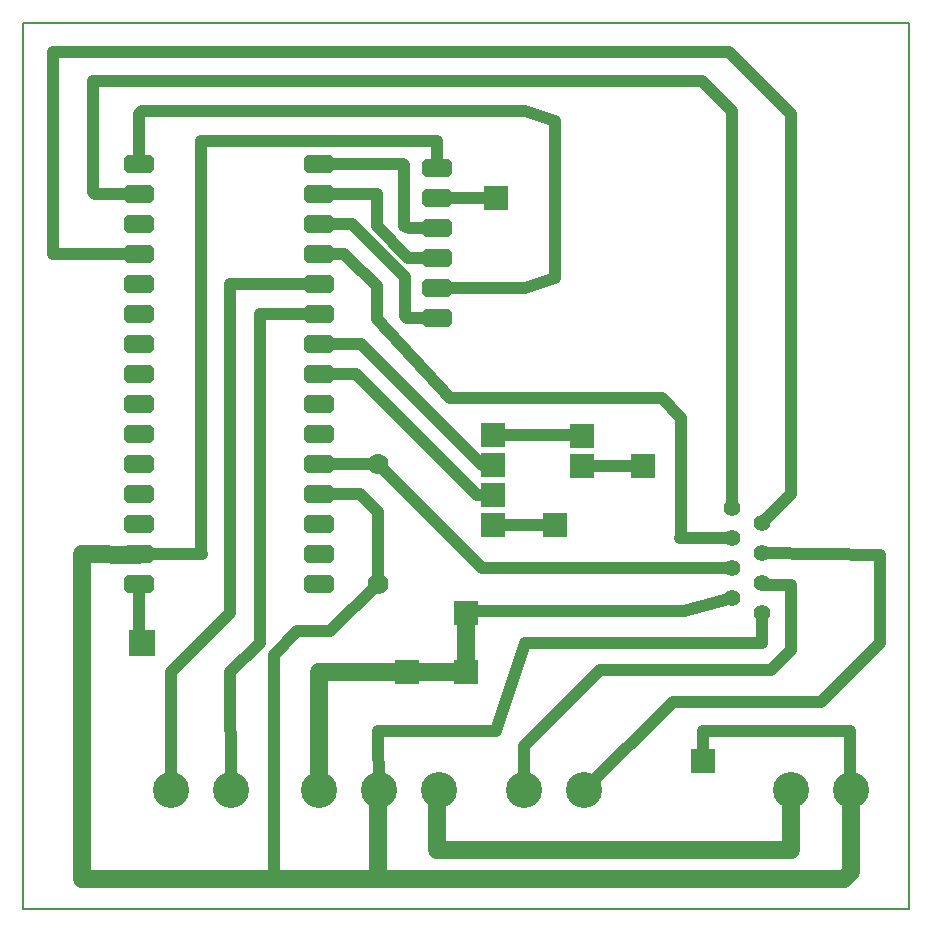
<source format=gbr>
G04 PROTEUS GERBER X2 FILE*
%TF.GenerationSoftware,Labcenter,Proteus,8.10-SP3-Build29560*%
%TF.CreationDate,2022-04-01T22:25:54+00:00*%
%TF.FileFunction,Copper,L1,Bot*%
%TF.FilePolarity,Positive*%
%TF.Part,Single*%
%TF.SameCoordinates,{d6a88fbf-1cde-4ff9-8d92-a6d7fee4950a}*%
%FSLAX45Y45*%
%MOMM*%
G01*
%TA.AperFunction,Conductor*%
%ADD10C,1.016000*%
%ADD11C,1.524000*%
%TA.AperFunction,NonConductor*%
%ADD12C,1.016000*%
%AMDIL003*
4,1,8,
-1.270000,0.457200,-0.965200,0.762000,0.965200,0.762000,1.270000,0.457200,1.270000,-0.457200,
0.965200,-0.762000,-0.965200,-0.762000,-1.270000,-0.457200,-1.270000,0.457200,
0*%
%TA.AperFunction,ComponentPad*%
%ADD13DIL003*%
%TA.AperFunction,ComponentPad*%
%ADD14C,1.778000*%
%TA.AperFunction,ComponentPad*%
%ADD15R,2.032000X2.032000*%
%TA.AperFunction,ComponentPad*%
%ADD16C,3.048000*%
%TA.AperFunction,ComponentPad*%
%ADD17C,1.397000*%
%TA.AperFunction,OtherPad,Unknown*%
%ADD18R,2.286000X2.286000*%
%TA.AperFunction,Profile*%
%ADD19C,0.203200*%
%TD.AperFunction*%
D10*
X-9750000Y+6250000D02*
X-9750000Y+6858000D01*
X-9904000Y+7012000D01*
X-10250000Y+7012000D01*
X-9750000Y+7266000D02*
X-10250000Y+7266000D01*
X-8771000Y+7508000D02*
X-8029000Y+7508000D01*
X-8021000Y+7500000D01*
D11*
X-9500000Y+5500000D02*
X-9250000Y+5500000D01*
X-9000000Y+5500000D01*
X-9000000Y+5651500D01*
X-9000000Y+6000000D01*
X-9500000Y+5500000D02*
X-10250000Y+5500000D01*
X-10250000Y+4500000D01*
D10*
X-9750000Y+4492000D02*
X-9742000Y+4500000D01*
D11*
X-6250000Y+4500000D02*
X-6250000Y+4000000D01*
X-9247003Y+4000000D01*
X-9247003Y+4486997D01*
X-9234000Y+4500000D01*
X-5742000Y+4500000D02*
X-5742000Y+3810456D01*
X-5802456Y+3750000D01*
X-9750000Y+3750000D01*
D12*
X-11774000Y+9552000D02*
X-12147517Y+9552000D01*
X-12161890Y+9566373D01*
X-12161890Y+10503431D01*
X-7003431Y+10503431D01*
X-6750000Y+10250000D01*
X-6750000Y+6895563D01*
X-6745793Y+6891356D01*
D10*
X-8021000Y+7246000D02*
X-8021000Y+7271000D01*
X-8000000Y+7250000D01*
X-7500000Y+7250000D01*
X-8250000Y+6750000D02*
X-8767000Y+6750000D01*
X-8771000Y+6746000D01*
X-10250000Y+8282000D02*
X-9894868Y+8282000D01*
X-9880735Y+8267867D01*
X-8866868Y+7254000D01*
X-8771000Y+7254000D01*
X-10250000Y+8028000D02*
X-9935022Y+8028000D01*
X-9932095Y+8025073D01*
X-8909559Y+7002537D01*
X-8890883Y+7002537D01*
X-8773537Y+7002537D01*
X-8771000Y+7000000D01*
X-9750000Y+7266000D02*
X-8865000Y+6381000D01*
X-6754000Y+6381000D01*
D11*
X-9750000Y+4492000D02*
X-9750000Y+3750000D01*
X-10500000Y+3750000D01*
D10*
X-10250000Y+8536000D02*
X-10750000Y+8536000D01*
X-10750000Y+5750000D01*
X-11000000Y+5500000D01*
X-10992000Y+4500000D01*
X-11500000Y+4500000D02*
X-11500000Y+5500000D01*
X-11000000Y+6000000D01*
X-11000000Y+8790000D01*
X-10250000Y+8790000D01*
X-11774000Y+6504000D02*
X-11239500Y+6504000D01*
X-11250000Y+6514500D01*
X-11250000Y+10000000D01*
X-9250000Y+10000000D01*
X-9250000Y+9770000D01*
X-11774000Y+9806000D02*
X-11774000Y+10223500D01*
X-11747500Y+10250000D01*
X-8500000Y+10250000D01*
X-8250000Y+10166667D01*
X-8250000Y+8836000D01*
X-8500000Y+8754000D01*
X-9250000Y+8754000D01*
X-7000000Y+4750000D02*
X-7000000Y+5000000D01*
X-5750000Y+5000000D01*
X-5750000Y+4508000D01*
X-5742000Y+4500000D01*
X-8750000Y+9516000D02*
X-9250000Y+9516000D01*
X-9750000Y+6250000D02*
X-10152131Y+5847869D01*
X-10430695Y+5847869D01*
X-10629478Y+5649086D01*
X-10629478Y+3750000D01*
D11*
X-10500000Y+3750000D02*
X-10629478Y+3750000D01*
X-12250000Y+3750000D01*
X-12250000Y+6500000D01*
X-11783662Y+6494338D01*
X-11774000Y+6504000D01*
D12*
X-11774000Y+6250000D02*
X-11774000Y+5774000D01*
X-11750000Y+5750000D01*
D10*
X-8000000Y+4500000D02*
X-7250000Y+5250000D01*
X-6000001Y+5250000D01*
X-5500000Y+5750001D01*
X-5500000Y+6493954D01*
X-6499748Y+6507748D01*
X-6500000Y+6508000D01*
X-9742000Y+4500000D02*
X-9750000Y+5000000D01*
X-8750000Y+5000000D01*
X-8500000Y+5750000D01*
X-6500000Y+5750000D01*
X-6500000Y+6000000D01*
X-6754000Y+6127000D02*
X-7159293Y+6019671D01*
X-8980329Y+6019671D01*
X-9000000Y+6000000D01*
X-6500000Y+6762000D02*
X-6250000Y+7012000D01*
X-6250000Y+10227500D01*
X-6772500Y+10750000D01*
X-12500000Y+10750000D01*
X-12500000Y+9044000D01*
X-11774000Y+9044000D01*
X-10250000Y+9298000D02*
X-9968158Y+9298000D01*
X-9517832Y+8847674D01*
X-9517832Y+8839225D01*
X-9517832Y+8517832D01*
X-9500000Y+8500000D01*
X-9250000Y+8500000D01*
X-10250000Y+9044000D02*
X-10035905Y+9044000D01*
X-10000000Y+9008095D01*
X-9760038Y+8768133D01*
X-9760038Y+8490710D01*
X-9141029Y+7821842D01*
X-7343716Y+7821842D01*
X-7179616Y+7657742D01*
X-7179616Y+6645784D01*
X-7189129Y+6636271D01*
X-6755271Y+6636271D01*
X-6754000Y+6635000D01*
X-9250000Y+9008000D02*
X-9491116Y+9008000D01*
X-9499231Y+9016115D01*
X-9759277Y+9276161D01*
X-9759277Y+9551329D01*
X-10249329Y+9551329D01*
X-10250000Y+9552000D01*
X-10250000Y+9806000D02*
X-9536575Y+9806000D01*
X-9528340Y+9797765D01*
X-9528340Y+9278340D01*
X-9488000Y+9262000D01*
X-9250000Y+9262000D01*
X-6500000Y+6254000D02*
X-6489416Y+6243416D01*
X-6250000Y+6243416D01*
X-6250000Y+5689084D01*
X-6418861Y+5520223D01*
X-7867013Y+5520223D01*
X-8510833Y+4876403D01*
X-8510833Y+4502833D01*
X-8508000Y+4500000D01*
D13*
X-10250000Y+6250000D03*
X-10250000Y+6504000D03*
X-10250000Y+6758000D03*
X-10250000Y+7012000D03*
X-10250000Y+7266000D03*
X-10250000Y+7520000D03*
X-10250000Y+7774000D03*
X-10250000Y+8028000D03*
X-10250000Y+8282000D03*
X-10250000Y+8536000D03*
X-10250000Y+8790000D03*
X-10250000Y+9044000D03*
X-10250000Y+9298000D03*
X-10250000Y+9552000D03*
X-10250000Y+9806000D03*
X-11774000Y+9806000D03*
X-11774000Y+9552000D03*
X-11774000Y+9298000D03*
X-11774000Y+9044000D03*
X-11774000Y+8790000D03*
X-11774000Y+8536000D03*
X-11774000Y+8282000D03*
X-11774000Y+8028000D03*
X-11774000Y+7774000D03*
X-11774000Y+7520000D03*
X-11774000Y+7266000D03*
X-11774000Y+7012000D03*
X-11774000Y+6758000D03*
X-11774000Y+6504000D03*
X-11774000Y+6250000D03*
X-9250000Y+8500000D03*
X-9250000Y+8754000D03*
X-9250000Y+9008000D03*
X-9250000Y+9262000D03*
X-9250000Y+9516000D03*
X-9250000Y+9770000D03*
D14*
X-9750000Y+6250000D03*
X-9750000Y+7266000D03*
D15*
X-8771000Y+6746000D03*
X-8771000Y+7000000D03*
X-8771000Y+7254000D03*
X-8771000Y+7508000D03*
D16*
X-6250000Y+4500000D03*
X-5742000Y+4500000D03*
X-11500000Y+4500000D03*
X-10992000Y+4500000D03*
X-8000000Y+4500000D03*
X-8508000Y+4500000D03*
X-9234000Y+4500000D03*
X-9742000Y+4500000D03*
X-10250000Y+4500000D03*
D15*
X-8021000Y+7246000D03*
X-8021000Y+7500000D03*
D17*
X-6500000Y+6000000D03*
X-6754000Y+6127000D03*
X-6500000Y+6254000D03*
X-6754000Y+6381000D03*
X-6500000Y+6508000D03*
X-6754000Y+6635000D03*
X-6500000Y+6762000D03*
X-6754000Y+6889000D03*
D18*
X-11750000Y+5750000D03*
D15*
X-9500000Y+5500000D03*
X-8750000Y+9516000D03*
X-9000000Y+5500000D03*
X-9000000Y+6000000D03*
X-7500000Y+7250000D03*
X-7000000Y+4750000D03*
X-8250000Y+6750000D03*
D19*
X-12750000Y+3500000D02*
X-5250000Y+3500000D01*
X-5250000Y+11000000D01*
X-12750000Y+11000000D01*
X-12750000Y+3500000D01*
M02*

</source>
